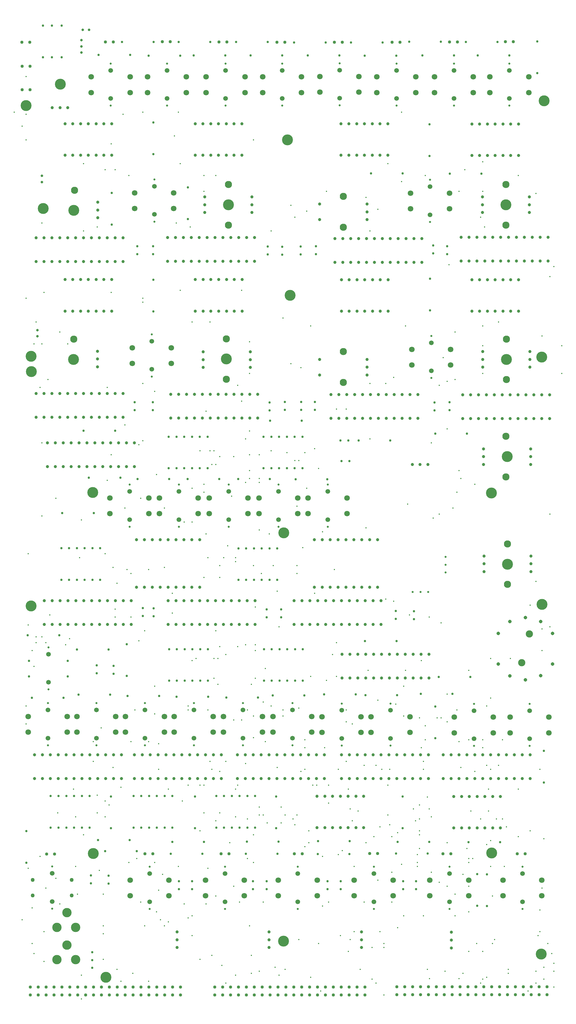
<source format=gbr>
G04 PROTEUS GERBER X2 FILE*
%TF.GenerationSoftware,Labcenter,Proteus,8.6-SP2-Build23525*%
%TF.CreationDate,2019-12-11T18:44:10+00:00*%
%TF.FileFunction,Plated,1,2,PTH*%
%TF.FilePolarity,Positive*%
%TF.Part,Single*%
%FSLAX45Y45*%
%MOMM*%
G01*
%TA.AperFunction,ViaDrill*%
%ADD102C,0.381000*%
%TA.AperFunction,ComponentDrill*%
%ADD103C,1.000000*%
%TA.AperFunction,ComponentDrill*%
%ADD104C,0.762000*%
%TA.AperFunction,ComponentDrill*%
%ADD105C,1.016000*%
%TA.AperFunction,ComponentDrill*%
%ADD106C,1.143000*%
%ADD107C,2.311400*%
%TA.AperFunction,ComponentDrill*%
%ADD108C,0.635000*%
%TA.AperFunction,MechanicalDrill*%
%ADD109C,3.500000*%
%TA.AperFunction,ComponentDrill*%
%ADD110C,2.997200*%
%TA.AperFunction,ComponentDrill*%
%ADD111C,0.812800*%
%TA.AperFunction,ComponentDrill*%
%ADD112C,1.800000*%
%TA.AperFunction,MechanicalDrill*%
%ADD113C,1.500000*%
%TA.AperFunction,ComponentDrill*%
%ADD114C,1.270000*%
%TA.AperFunction,OtherDrill,Unknown*%
%ADD115C,2.300000*%
%TA.AperFunction,ComponentDrill*%
%ADD116C,2.300000*%
%TD.AperFunction*%
D102*
X-5651500Y+10985500D03*
X-5969000Y+10985500D03*
X-5778500Y+11811000D03*
X-8001000Y+9271000D03*
X-6667500Y+11176000D03*
X-6667500Y+9017000D03*
X-6223000Y+9144000D03*
X+3111500Y+11176000D03*
X+3556000Y+10604500D03*
X+2794000Y+9715500D03*
X+5080000Y+7937500D03*
X+5588000Y+10985500D03*
X+6096000Y+9461500D03*
X+6159500Y+11239500D03*
X+7302500Y+10795000D03*
X-3556000Y+11176000D03*
X-3683000Y+9271000D03*
X-2413000Y+10795000D03*
X-2794000Y+10795000D03*
X-6223000Y-9080500D03*
X-7493000Y-9652000D03*
X-5715000Y-8191500D03*
X-5969000Y-9271000D03*
X-5969000Y-9779000D03*
X-6921500Y-9779000D03*
X-1778000Y-9779000D03*
X-2413000Y-9906000D03*
X+571500Y-10223500D03*
X+63500Y-9842500D03*
X-1397000Y-9842500D03*
X+317500Y-8318500D03*
X-1714500Y-8763000D03*
X-444500Y-8191500D03*
X+4127500Y-9398000D03*
X+2667000Y-10414000D03*
X+1968500Y-9906000D03*
X+1841500Y-8890000D03*
X+3111500Y-9715500D03*
X+3111500Y-8763000D03*
X+3429000Y-10287000D03*
X+2413000Y-10604500D03*
X+4000500Y-9906000D03*
X+3175000Y-8255000D03*
X+2159000Y-9588500D03*
X+1905000Y-9525000D03*
X+1778000Y-8001000D03*
X-3937000Y-8890000D03*
X-3302000Y-8763000D03*
X-2540000Y-8255000D03*
X-4254500Y-8255000D03*
X+6604000Y-9842500D03*
X+6096000Y-9842500D03*
X+4127500Y-10350500D03*
X+4127500Y-10795000D03*
X+5651500Y-10795000D03*
X+6413500Y-11366500D03*
X+6858000Y-11366500D03*
X+5905500Y-8318500D03*
X+6286500Y-8128000D03*
X+6794500Y-9842500D03*
X+5778500Y-9588500D03*
X+6667500Y-8128000D03*
X+6413500Y-8255000D03*
X+8001000Y-8255000D03*
X-6794500Y-1460500D03*
X-2159000Y-1460500D03*
X-2667000Y-1460500D03*
X-1778000Y-1460500D03*
X-5588000Y-2286000D03*
X-5969000Y-1333500D03*
X-2032000Y-1079500D03*
X-2794000Y-2095500D03*
X-5143500Y-3365500D03*
X-5143500Y-1968500D03*
X-2286000Y-1714500D03*
X-1714500Y-4318000D03*
X-2286000Y-4318000D03*
X-2286000Y-2095500D03*
X-1778000Y-1587500D03*
X-1206500Y-1714500D03*
X-571500Y-1714500D03*
X-1143000Y-5334000D03*
X-2476500Y-5334000D03*
X-2476500Y-4699000D03*
X-3048000Y-4699000D03*
X-4572000Y-1841500D03*
X-5270500Y-1841500D03*
X-952500Y-1968500D03*
X+762000Y-2603500D03*
X+381000Y-1143000D03*
X-4699000Y-3810000D03*
X-2413000Y-3810000D03*
X-3810000Y-3238500D03*
X-3810000Y-2603500D03*
X-7175500Y+5397500D03*
X-7937500Y+7048500D03*
X-5778500Y+7048500D03*
X-5905500Y+4000500D03*
X+3683000Y+5969000D03*
X+3048000Y+4127500D03*
X+2540000Y+4127500D03*
X+1778000Y+3302000D03*
X+1460500Y+3302000D03*
X-2730500Y+3238500D03*
X-1587500Y+3556000D03*
X+8064500Y+5651500D03*
X+6667500Y+6096000D03*
X+6159500Y+5969000D03*
X-3175000Y+6096000D03*
X-2603500Y+6096000D03*
X-3556000Y+7112000D03*
X-1587500Y+7112000D03*
X-1714500Y+4064000D03*
X-2921000Y+1968500D03*
X-2286000Y+1778000D03*
X-4762500Y+2286000D03*
X-635000Y+1968500D03*
X-2476500Y+1968500D03*
X-5778500Y+1841500D03*
X-2603500Y+1968500D03*
X-3175000Y+762000D03*
X-4826000Y+444500D03*
X-7556500Y+444500D03*
X-2413000Y+1524000D03*
X-2540000Y+1524000D03*
X-1333500Y+1333500D03*
X-1333500Y+1079500D03*
X-1016000Y+1079500D03*
X-4889500Y+2159000D03*
X-5905500Y+1016000D03*
X-2794000Y+889000D03*
X-1905000Y+508000D03*
X-1841500Y+1778000D03*
X+127000Y+1651000D03*
X-2794000Y+635000D03*
X-5334000Y+2794000D03*
X-1460500Y+2349500D03*
X-1460500Y+952500D03*
X-1016000Y+952500D03*
X-1333500Y+2603500D03*
X-1333500Y+1841500D03*
X-127000Y+1905000D03*
X-7239000Y-4254500D03*
X+1333500Y-4572000D03*
X-3175000Y-4762500D03*
X-1143000Y-4254500D03*
X-1460500Y-4254500D03*
X-2095500Y-4572000D03*
X-2349500Y-5524500D03*
X-2349500Y-4699000D03*
X-1143000Y-4445000D03*
X-1270000Y-5524500D03*
X+2476500Y-5080000D03*
X+1460500Y-5270500D03*
X+635000Y-5270500D03*
X-825500Y-5016500D03*
X+1460500Y-4191000D03*
X+1143000Y-5397500D03*
X+2794000Y-6032500D03*
X+5016500Y-5842000D03*
X-8001000Y-4000500D03*
X-8191500Y-4000500D03*
X-5207000Y-11239500D03*
X-1968500Y-10604500D03*
X+571500Y-10604500D03*
X+2032000Y-11366500D03*
X-1016000Y-9461500D03*
X-1016000Y-9715500D03*
X-1016000Y-14732000D03*
X-5461000Y-15049500D03*
X-5143500Y-7366000D03*
X-4572000Y-7366000D03*
X-4254500Y-12128500D03*
X-4826000Y-12509500D03*
X-4381500Y-5588000D03*
X+3683000Y-5080000D03*
X-4889500Y-4127500D03*
X-7112000Y-4064000D03*
X-6731000Y-14859000D03*
X-6731000Y-15621000D03*
X+8255000Y-13843000D03*
X+6477000Y-13843000D03*
X+825500Y-8763000D03*
X+1206500Y-8763000D03*
X+444500Y-10731500D03*
X+1524000Y-10985500D03*
X+2222500Y-14668500D03*
X-3175000Y-13589000D03*
X+2032000Y-13462000D03*
X+635000Y-14922500D03*
X-4572000Y-15049500D03*
X-1397000Y-11112500D03*
X-4953000Y-11112500D03*
X-4318000Y-12827000D03*
X+5715000Y-12001500D03*
X-4699000Y-13271500D03*
X-6032500Y-13271500D03*
X-6032500Y-12255500D03*
X-6858000Y-12255500D03*
X-6731000Y-254000D03*
X-8445500Y-3619500D03*
X-4318000Y+1206500D03*
X-6223000Y-9652000D03*
X+5715000Y-11112500D03*
X+4064000Y-11239500D03*
X+4064000Y-10985500D03*
X+3238500Y-11557000D03*
X-5016500Y-6350000D03*
X-6096000Y-6921500D03*
X-6159500Y-11493500D03*
X-7556500Y-11747500D03*
X-254000Y-6350000D03*
X-1397000Y-6350000D03*
X-8509000Y-6794500D03*
X-8318500Y-4445000D03*
X-8509000Y+11938000D03*
X-1206500Y+11938000D03*
X-1016000Y+1841500D03*
X+5905500Y+889000D03*
X+5715000Y-7302500D03*
X+3238500Y-10414000D03*
X+4762500Y-11874500D03*
X+5524500Y-11620500D03*
X+5207000Y+127000D03*
X+889000Y+1397000D03*
X+1143000Y+10287000D03*
X-2794000Y+10287000D03*
X+4889500Y+4953000D03*
X+5270500Y-12255500D03*
X+5016500Y-12001500D03*
X+2984500Y-15494000D03*
X+2984500Y-13970000D03*
X+2603500Y-13970000D03*
X+2794000Y-11811000D03*
X-2667000Y-11430000D03*
X+4508500Y-9779000D03*
X+4254500Y-8255000D03*
X+4254500Y-8001000D03*
X+5397500Y-7366000D03*
X+5270500Y+4254500D03*
X-1333500Y+5461000D03*
X+6286500Y-10668000D03*
X+8064500Y-4445000D03*
X+8064500Y-3746500D03*
X+8318500Y-3683000D03*
X+8318500Y-63500D03*
X+4762500Y-63500D03*
X+4762500Y+4064000D03*
X-1333500Y+4445000D03*
X+4699000Y-6604000D03*
X+4127500Y-6604000D03*
X+5016500Y+2667000D03*
X-5334000Y+127000D03*
X+1206500Y-9334500D03*
X+4381500Y-9144000D03*
X+6350000Y-9588500D03*
X+5842000Y-11112500D03*
X+4508500Y-11557000D03*
X-4381500Y-11239500D03*
X-1206500Y-11239500D03*
X-1206500Y-10350500D03*
X+4127500Y-9842500D03*
X+4127500Y-10223500D03*
X+5461000Y-8191500D03*
X-2222500Y-14541500D03*
X-5588000Y-14668500D03*
X-5461000Y-8826500D03*
X-6350000Y-8001000D03*
X-6350000Y-7366000D03*
X-3302000Y-6223000D03*
X-3429000Y-317500D03*
X-3175000Y-317500D03*
X-8509000Y+12763500D03*
X-5397500Y+12763500D03*
X-8001000Y+5397500D03*
X-8001000Y-127000D03*
X-7874000Y-4191000D03*
X-508000Y-14605000D03*
X-8255000Y-14160500D03*
X-8191500Y-4191000D03*
X-8890000Y+12827000D03*
X-3746500Y+12065000D03*
X-2095500Y-15113000D03*
X-2286000Y-9652000D03*
X-2794000Y-9652000D03*
X-2794000Y-8763000D03*
X-2286000Y-8318500D03*
X-2730500Y-698500D03*
X-698500Y-698500D03*
X-8318500Y-13843000D03*
X-8318500Y-12700000D03*
X-8445500Y-11430000D03*
X-8255000Y-4953000D03*
X-8445500Y-1333500D03*
X-8509000Y+6858000D03*
X-4762500Y+6858000D03*
X-4762500Y+12827000D03*
X-3619500Y+12827000D03*
X-6032500Y-14351000D03*
X-6032500Y-13525500D03*
X-8191500Y+6096000D03*
X-8064500Y-11049000D03*
X-8255000Y+5397500D03*
X+3238500Y-12509500D03*
X+3619500Y-12954000D03*
X-3175000Y-12954000D03*
X-7429500Y-12573000D03*
X+4254500Y-12954000D03*
X-1333500Y-13271500D03*
X+4572000Y-190500D03*
X-8509000Y+13970000D03*
X+7683500Y-2984500D03*
X-3302000Y-13017500D03*
X-4064000Y-13271500D03*
X+8001000Y-13462000D03*
X+8001000Y-12763500D03*
X+7874000Y-2222500D03*
X+1206500Y-12509500D03*
X+2349500Y-12509500D03*
X+6794500Y-7302500D03*
X+6159500Y-7302500D03*
X+1651000Y-10858500D03*
X+889000Y-13843000D03*
X+2984500Y-13843000D03*
X-4762500Y+6731000D03*
X-4762500Y+4127500D03*
X-1841500Y-6667500D03*
X-1587500Y-6667500D03*
X-1778000Y-8890000D03*
X-6667500Y-10350500D03*
X-4381500Y-6477000D03*
X-3302000Y-6350000D03*
X-2921000Y-8763000D03*
X-3492500Y-9271000D03*
X+2540000Y+9017000D03*
X-1016000Y-571500D03*
X-4254500Y-7429500D03*
X+127000Y-10033000D03*
X+6159500Y-7556500D03*
X-5651500Y-3111500D03*
X-5651500Y-3365500D03*
X+6223000Y+9144000D03*
X+5270500Y-12954000D03*
X+6477000Y-12319000D03*
X-4381500Y+3873500D03*
X+1079500Y-7556500D03*
X-7429500Y+5778500D03*
X-1143000Y-3048000D03*
X-2413000Y-12319000D03*
X+3302000Y+4318000D03*
X-7874000Y-12065000D03*
X-3238500Y+9144000D03*
X+4508500Y+2222500D03*
X-1778000Y-14859000D03*
X-8636000Y-13081000D03*
X-4191000Y-13081000D03*
X+8445500Y+7874000D03*
X+8318500Y+7556500D03*
X+3429000Y-13335000D03*
X+3746500Y+254000D03*
X-7747000Y-3302000D03*
X+3048000Y-2794000D03*
X+4445000Y-3365500D03*
X+4826000Y-3556000D03*
X+4445000Y-9525000D03*
X+3937000Y-9525000D03*
X+190500Y-1968500D03*
X+190500Y-1714500D03*
X+4318000Y-7302500D03*
X+4191000Y-7556500D03*
X-1206500Y-7239000D03*
X-1206500Y-6540500D03*
X-2667000Y-6350000D03*
X-2730500Y-12573000D03*
X-6921500Y-11366500D03*
X-317500Y-9969500D03*
X-762000Y-9969500D03*
X-381000Y-3683000D03*
X+3810000Y-3302000D03*
X+3556000Y+12827000D03*
X-8636000Y+12382500D03*
X+5524500Y-14795500D03*
X+6985000Y-14795500D03*
X+5715000Y-5080000D03*
X+6921500Y-10096500D03*
X+8699500Y+5334000D03*
X+6159500Y+5334000D03*
X+7874000Y-14732000D03*
X+7874000Y-15113000D03*
X+1016000Y-635000D03*
X-4064000Y-1778000D03*
X-3429000Y-12573000D03*
X-1841500Y-12001500D03*
X+635000Y+5969000D03*
X-7937500Y-14414500D03*
X-7937500Y-13462000D03*
X-190500Y-9715500D03*
X+190500Y-9715500D03*
X-635000Y+9017000D03*
X-889000Y-6096000D03*
X-254000Y-6540500D03*
X-317500Y-9461500D03*
X+698500Y-8763000D03*
X+5270500Y+5778500D03*
X-8064500Y+4000500D03*
X-1651000Y-12509500D03*
X-889000Y-12509500D03*
X-889000Y-9715500D03*
X+444500Y-8255000D03*
X+444500Y-7556500D03*
X+444500Y-7302500D03*
X-254000Y+6223000D03*
X+3302000Y-2857500D03*
X+3365500Y-6159500D03*
X+4381500Y-14668500D03*
X-190500Y-14668500D03*
X+1016000Y-12636500D03*
X+952500Y-15367000D03*
X-2921000Y-10223500D03*
X-8509000Y-6223000D03*
X-381000Y-14859000D03*
X+6286500Y-14922500D03*
X-3937000Y-13144500D03*
X+8064500Y-12065000D03*
X-2540000Y-14224000D03*
X-444500Y-2540000D03*
X+1397000Y-1841500D03*
X+1841500Y-14097000D03*
X+5715000Y-14097000D03*
X+5715000Y-12827000D03*
X+6286500Y-6223000D03*
X+3175000Y-10033000D03*
X+6413500Y-5969000D03*
X+6413500Y-4699000D03*
X+7048500Y-4699000D03*
X+1587500Y-13589000D03*
X+7937500Y-13589000D03*
X+8382000Y-14160500D03*
X+7683500Y-10223500D03*
X+6985000Y-14668500D03*
X-5207000Y+10795000D03*
X-7810500Y+4254500D03*
X+1524000Y-8255000D03*
X+2921000Y-8255000D03*
X-4127500Y-11620500D03*
X+2857500Y-10096500D03*
X+2540000Y+2349500D03*
X-5842000Y-9398000D03*
X-6985000Y-8890000D03*
X+762000Y+2032000D03*
X+6350000Y-8890000D03*
X+7302500Y-8890000D03*
X+8128000Y-10477500D03*
X+4064000Y-11366500D03*
X+5715000Y-11239500D03*
X+6413500Y-10541000D03*
X+7302500Y-10414000D03*
X+4318000Y+10795000D03*
X+3556000Y-11303000D03*
X-3619500Y-11366500D03*
X+8445500Y-14478000D03*
X-1270000Y-14224000D03*
X-1270000Y-14795500D03*
X-5080000Y-14795500D03*
X+5969000Y-13843000D03*
X+190500Y+190500D03*
X-4064000Y+127000D03*
X-2921000Y-14351000D03*
X-2603500Y-8001000D03*
X-2095500Y-8001000D03*
X-8001000Y+2222500D03*
X+508000Y+762000D03*
X+0Y+4762500D03*
X-1460500Y-8064500D03*
X-825500Y-7366000D03*
X-635000Y-6223000D03*
X+1778000Y-6731000D03*
X+254000Y-13716000D03*
X+1905000Y-13716000D03*
X+4191000Y-4762500D03*
X+3619500Y-5588000D03*
X+3619500Y-6540500D03*
X+254000Y-6286500D03*
X+1778000Y-6350000D03*
X+2413000Y-508000D03*
X+2413000Y+10096500D03*
X+508000Y+9652000D03*
X+444500Y+1905000D03*
X+5461000Y+1079500D03*
X+5016500Y-10604500D03*
X+1016000Y-11049000D03*
X+4318000Y-6858000D03*
X+127000Y+9461500D03*
X+317500Y+4635500D03*
X+5016500Y+4191000D03*
X+5016500Y-6731000D03*
X+1968500Y-6794500D03*
X+2349500Y-8128000D03*
X+2730500Y-8128000D03*
X+2730500Y-15113000D03*
X+4450000Y-14970000D03*
X+5397500Y-14970000D03*
X+4826000Y-6604000D03*
X+5334000Y-6350000D03*
X+5334000Y+635000D03*
X+254000Y+1651000D03*
X+0Y+9842500D03*
X+4953000Y-14732000D03*
X+6096000Y-15113000D03*
X+6159500Y+10287000D03*
X+5397500Y+10287000D03*
X+5397500Y+1333500D03*
X+6540500Y-13716000D03*
X+7874000Y+10223500D03*
X+7620000Y-15367000D03*
X+8128000Y-14605000D03*
X+8128000Y-14986000D03*
X+8445500Y-14732000D03*
X+8445500Y-15240000D03*
X+2857500Y-13462000D03*
X+2603500Y-14986000D03*
X+6159500Y-14986000D03*
X+6159500Y-14097000D03*
X+6159500Y+4445000D03*
X+8699500Y+4445000D03*
X-5715000Y-1778000D03*
D103*
X+837460Y-10125080D03*
X+1087460Y-10125080D03*
X+1337460Y-10125080D03*
X+1587460Y-10125080D03*
X+1837460Y-10125080D03*
X+2087460Y-10125080D03*
X+2337460Y-10125080D03*
X+2337460Y-9115080D03*
X+2087460Y-9115080D03*
X+1837460Y-9115080D03*
X+1587460Y-9115080D03*
X+1337460Y-9115080D03*
X+1087460Y-9115080D03*
X+837460Y-9115080D03*
X+5230000Y-10130000D03*
X+5480000Y-10130000D03*
X+5730000Y-10130000D03*
X+5980000Y-10130000D03*
X+6230000Y-10130000D03*
X+6480000Y-10130000D03*
X+6730000Y-10130000D03*
X+6730000Y-9120000D03*
X+6480000Y-9120000D03*
X+6230000Y-9120000D03*
X+5980000Y-9120000D03*
X+5730000Y-9120000D03*
X+5480000Y-9120000D03*
X+5230000Y-9120000D03*
D104*
X-2400000Y-10120000D03*
X-2150000Y-10120000D03*
X-1900000Y-10120000D03*
X-1650000Y-10120000D03*
X-1400000Y-10120000D03*
X-1150000Y-10120000D03*
X-1150000Y-9110000D03*
X-1400000Y-9110000D03*
X-1650000Y-9110000D03*
X-1900000Y-9110000D03*
X-2150000Y-9110000D03*
X-2400000Y-9110000D03*
X-7720000Y-10120000D03*
X-7470000Y-10120000D03*
X-7220000Y-10120000D03*
X-6970000Y-10120000D03*
X-6720000Y-10120000D03*
X-6470000Y-10120000D03*
X-6470000Y-9110000D03*
X-6720000Y-9110000D03*
X-6970000Y-9110000D03*
X-7220000Y-9110000D03*
X-7470000Y-9110000D03*
X-7720000Y-9110000D03*
X-5060000Y-10120000D03*
X-4810000Y-10120000D03*
X-4560000Y-10120000D03*
X-4310000Y-10120000D03*
X-4060000Y-10120000D03*
X-3810000Y-10120000D03*
X-3810000Y-9110000D03*
X-4060000Y-9110000D03*
X-4310000Y-9110000D03*
X-4560000Y-9110000D03*
X-4810000Y-9110000D03*
X-5060000Y-9110000D03*
D103*
X-3660266Y-13467490D03*
X-3660266Y-13717490D03*
X-3660266Y-13967490D03*
X-702690Y-13469350D03*
X-702690Y-13719350D03*
X-702690Y-13969350D03*
X+2267630Y-13469850D03*
X+2267630Y-13719850D03*
X+2267630Y-13969850D03*
X+5157470Y-13479850D03*
X+5157470Y-13729850D03*
X+5157470Y-13979850D03*
X-8193500Y+8800800D03*
X-7939500Y+8800800D03*
X-7685500Y+8800800D03*
X-7431500Y+8800800D03*
X-7177500Y+8800800D03*
X-6923500Y+8800800D03*
X-6669500Y+8800800D03*
X-6415500Y+8800800D03*
X-6161500Y+8800800D03*
X-5907500Y+8800800D03*
X-5653500Y+8800800D03*
X-5399500Y+8800800D03*
X-5399500Y+8038800D03*
X-5653500Y+8038800D03*
X-5907500Y+8038800D03*
X-6161500Y+8038800D03*
X-6415500Y+8038800D03*
X-6669500Y+8038800D03*
X-6923500Y+8038800D03*
X-7177500Y+8038800D03*
X-7431500Y+8038800D03*
X-7685500Y+8038800D03*
X-7939500Y+8038800D03*
X-8193500Y+8038800D03*
X-1259750Y+10110400D03*
X-1259750Y+9860400D03*
X-1259750Y+9610400D03*
X-2770150Y+10110650D03*
X-2770150Y+9860650D03*
X-2770150Y+9610650D03*
X+7657630Y+9610650D03*
X+7657630Y+9860650D03*
X+7657630Y+10110650D03*
X+6150330Y+10110150D03*
X+6150330Y+9860150D03*
X+6150330Y+9610150D03*
X-3963500Y+8810800D03*
X-3709500Y+8810800D03*
X-3455500Y+8810800D03*
X-3201500Y+8810800D03*
X-2947500Y+8810800D03*
X-2693500Y+8810800D03*
X-2439500Y+8810800D03*
X-2185500Y+8810800D03*
X-1931500Y+8810800D03*
X-1677500Y+8810800D03*
X-1423500Y+8810800D03*
X-1169500Y+8810800D03*
X-1169500Y+8048800D03*
X-1423500Y+8048800D03*
X-1677500Y+8048800D03*
X-1931500Y+8048800D03*
X-2185500Y+8048800D03*
X-2439500Y+8048800D03*
X-2693500Y+8048800D03*
X-2947500Y+8048800D03*
X-3201500Y+8048800D03*
X-3455500Y+8048800D03*
X-3709500Y+8048800D03*
X-3963500Y+8048800D03*
X+1409040Y+8777620D03*
X+1663040Y+8777620D03*
X+1917040Y+8777620D03*
X+2171040Y+8777620D03*
X+2425040Y+8777620D03*
X+2679040Y+8777620D03*
X+2933040Y+8777620D03*
X+3187040Y+8777620D03*
X+3441040Y+8777620D03*
X+3695040Y+8777620D03*
X+3949040Y+8777620D03*
X+4203040Y+8777620D03*
X+4203040Y+8015620D03*
X+3949040Y+8015620D03*
X+3695040Y+8015620D03*
X+3441040Y+8015620D03*
X+3187040Y+8015620D03*
X+2933040Y+8015620D03*
X+2679040Y+8015620D03*
X+2425040Y+8015620D03*
X+2171040Y+8015620D03*
X+1917040Y+8015620D03*
X+1663040Y+8015620D03*
X+1409040Y+8015620D03*
X+5466500Y+8812700D03*
X+5720500Y+8812700D03*
X+5974500Y+8812700D03*
X+6228500Y+8812700D03*
X+6482500Y+8812700D03*
X+6736500Y+8812700D03*
X+6990500Y+8812700D03*
X+7244500Y+8812700D03*
X+7498500Y+8812700D03*
X+7752500Y+8812700D03*
X+8006500Y+8812700D03*
X+8260500Y+8812700D03*
X+8260500Y+8050700D03*
X+8006500Y+8050700D03*
X+7752500Y+8050700D03*
X+7498500Y+8050700D03*
X+7244500Y+8050700D03*
X+6990500Y+8050700D03*
X+6736500Y+8050700D03*
X+6482500Y+8050700D03*
X+6228500Y+8050700D03*
X+5974500Y+8050700D03*
X+5720500Y+8050700D03*
X+5466500Y+8050700D03*
D104*
X-5756960Y+9224960D03*
X-5756960Y+10240960D03*
X+5105870Y+10855570D03*
X+6121870Y+10855570D03*
X+2572250Y+10865230D03*
X+3588250Y+10865230D03*
X-3309500Y+9398580D03*
X-3309500Y+10414580D03*
X-4940000Y+8277780D03*
X-4940000Y+8531780D03*
X-4427300Y+8531780D03*
X-4427300Y+8277780D03*
X-746960Y+8519880D03*
X-746960Y+8265880D03*
X-279500Y+8256800D03*
X-279500Y+8510800D03*
X+313040Y+8520040D03*
X+313040Y+8266040D03*
X+803040Y+8276960D03*
X+803040Y+8530960D03*
X+4569680Y+8553020D03*
X+4569680Y+8299020D03*
X+5015100Y+8278860D03*
X+5015100Y+8532860D03*
D103*
X-2819750Y+4640400D03*
X-2819750Y+4890400D03*
X-2819750Y+5140400D03*
X-1309750Y+4640400D03*
X-1309750Y+4890400D03*
X-1309750Y+5140400D03*
X+6164930Y+5148110D03*
X+6164930Y+4898110D03*
X+6164930Y+4648110D03*
X+7675570Y+4647610D03*
X+7675570Y+4897610D03*
X+7675570Y+5147610D03*
X+1636500Y-4564280D03*
X+1890500Y-4564280D03*
X+2144500Y-4564280D03*
X+2398500Y-4564280D03*
X+2652500Y-4564280D03*
X+2906500Y-4564280D03*
X+3160500Y-4564280D03*
X+3414500Y-4564280D03*
X+3668500Y-4564280D03*
X+3922500Y-4564280D03*
X+4176500Y-4564280D03*
X+4430500Y-4564280D03*
X+4430500Y-5326280D03*
X+4176500Y-5326280D03*
X+3922500Y-5326280D03*
X+3668500Y-5326280D03*
X+3414500Y-5326280D03*
X+3160500Y-5326280D03*
X+2906500Y-5326280D03*
X+2652500Y-5326280D03*
X+2398500Y-5326280D03*
X+2144500Y-5326280D03*
X+1890500Y-5326280D03*
X+1636500Y-5326280D03*
D104*
X-6665200Y+2609500D03*
X-5649200Y+2609500D03*
X+5650000Y+2520000D03*
X+4634000Y+2520000D03*
X+3190800Y+2299500D03*
X+2174800Y+2299500D03*
X-670000Y+2930000D03*
X+346000Y+2930000D03*
X-5020000Y+3270000D03*
X-5020000Y+3524000D03*
X-4440000Y+3524000D03*
X-4440000Y+3270000D03*
X-690000Y+3520000D03*
X-690000Y+3266000D03*
X-199500Y+3276800D03*
X-199500Y+3530800D03*
X+330500Y+3532100D03*
X+330500Y+3278100D03*
X+770500Y+3276800D03*
X+770500Y+3530800D03*
X+4610660Y+3262860D03*
X+4610660Y+3516860D03*
X+5090160Y+3522060D03*
X+5090160Y+3268060D03*
D105*
X+360500Y-10959200D03*
X+106500Y-10959200D03*
D104*
X-4416540Y+15079840D03*
X-5432540Y+15079840D03*
X-2594000Y+15080000D03*
X-3610000Y+15080000D03*
X-744000Y+15080000D03*
X-1760000Y+15080000D03*
X+1110920Y+15067140D03*
X+94920Y+15067140D03*
X+2946000Y+15066980D03*
X+1930000Y+15066980D03*
X+4818380Y+15086980D03*
X+3802380Y+15086980D03*
X+6636000Y+15080000D03*
X+5620000Y+15080000D03*
X+7910650Y+14080150D03*
X+7910650Y+15096150D03*
X-4959500Y-10879200D03*
X-5975500Y-10879200D03*
X-2844000Y-10960000D03*
X-3860000Y-10960000D03*
X-434000Y-10960000D03*
X-1450000Y-10960000D03*
X+1876000Y-10970000D03*
X+860000Y-10970000D03*
X-7680150Y+14594650D03*
X-7680150Y+15610650D03*
X+6300500Y-12635200D03*
X+6300500Y-11619200D03*
D103*
X-8244000Y-7790000D03*
X-7990000Y-7790000D03*
X-7736000Y-7790000D03*
X-7482000Y-7790000D03*
X-7228000Y-7790000D03*
X-6974000Y-7790000D03*
X-6720000Y-7790000D03*
X-6466000Y-7790000D03*
X-6212000Y-7790000D03*
X-5958000Y-7790000D03*
X-5704000Y-7790000D03*
X-5450000Y-7790000D03*
X-5450000Y-8552000D03*
X-5704000Y-8552000D03*
X-5958000Y-8552000D03*
X-6212000Y-8552000D03*
X-6466000Y-8552000D03*
X-6720000Y-8552000D03*
X-6974000Y-8552000D03*
X-7228000Y-8552000D03*
X-7482000Y-8552000D03*
X-7736000Y-8552000D03*
X-7990000Y-8552000D03*
X-8244000Y-8552000D03*
X-1721460Y-7790160D03*
X-1467460Y-7790160D03*
X-1213460Y-7790160D03*
X-959460Y-7790160D03*
X-705460Y-7790160D03*
X-451460Y-7790160D03*
X-197460Y-7790160D03*
X+56540Y-7790160D03*
X+310540Y-7790160D03*
X+564540Y-7790160D03*
X+818540Y-7790160D03*
X+1072540Y-7790160D03*
X+1072540Y-8552160D03*
X+818540Y-8552160D03*
X+564540Y-8552160D03*
X+310540Y-8552160D03*
X+56540Y-8552160D03*
X-197460Y-8552160D03*
X-451460Y-8552160D03*
X-705460Y-8552160D03*
X-959460Y-8552160D03*
X-1213460Y-8552160D03*
X-1467460Y-8552160D03*
X-1721460Y-8552160D03*
X+1626000Y-7790320D03*
X+1880000Y-7790320D03*
X+2134000Y-7790320D03*
X+2388000Y-7790320D03*
X+2642000Y-7790320D03*
X+2896000Y-7790320D03*
X+3150000Y-7790320D03*
X+3404000Y-7790320D03*
X+3658000Y-7790320D03*
X+3912000Y-7790320D03*
X+4166000Y-7790320D03*
X+4420000Y-7790320D03*
X+4420000Y-8552320D03*
X+4166000Y-8552320D03*
X+3912000Y-8552320D03*
X+3658000Y-8552320D03*
X+3404000Y-8552320D03*
X+3150000Y-8552320D03*
X+2896000Y-8552320D03*
X+2642000Y-8552320D03*
X+2388000Y-8552320D03*
X+2134000Y-8552320D03*
X+1880000Y-8552320D03*
X+1626000Y-8552320D03*
X-5034000Y-7790000D03*
X-4780000Y-7790000D03*
X-4526000Y-7790000D03*
X-4272000Y-7790000D03*
X-4018000Y-7790000D03*
X-3764000Y-7790000D03*
X-3510000Y-7790000D03*
X-3256000Y-7790000D03*
X-3002000Y-7790000D03*
X-2748000Y-7790000D03*
X-2494000Y-7790000D03*
X-2240000Y-7790000D03*
X-2240000Y-8552000D03*
X-2494000Y-8552000D03*
X-2748000Y-8552000D03*
X-3002000Y-8552000D03*
X-3256000Y-8552000D03*
X-3510000Y-8552000D03*
X-3764000Y-8552000D03*
X-4018000Y-8552000D03*
X-4272000Y-8552000D03*
X-4526000Y-8552000D03*
X-4780000Y-8552000D03*
X-5034000Y-8552000D03*
X+4888540Y-7790320D03*
X+5142540Y-7790320D03*
X+5396540Y-7790320D03*
X+5650540Y-7790320D03*
X+5904540Y-7790320D03*
X+6158540Y-7790320D03*
X+6412540Y-7790320D03*
X+6666540Y-7790320D03*
X+6920540Y-7790320D03*
X+7174540Y-7790320D03*
X+7428540Y-7790320D03*
X+7682540Y-7790320D03*
X+7682540Y-8552320D03*
X+7428540Y-8552320D03*
X+7174540Y-8552320D03*
X+6920540Y-8552320D03*
X+6666540Y-8552320D03*
X+6412540Y-8552320D03*
X+6158540Y-8552320D03*
X+5904540Y-8552320D03*
X+5650540Y-8552320D03*
X+5396540Y-8552320D03*
X+5142540Y-8552320D03*
X+4888540Y-8552320D03*
D104*
X-5784420Y-9125580D03*
X-5784420Y-10141580D03*
X+3584920Y-9123820D03*
X+3584920Y-10139820D03*
X-479500Y-9125580D03*
X-479500Y-10141580D03*
X+8127780Y-7663020D03*
X+8127780Y-8679020D03*
X-6430000Y-11910000D03*
X-6430000Y-11656000D03*
X-5860000Y-11666000D03*
X-5860000Y-11920000D03*
X-3600000Y-12094000D03*
X-3600000Y-11840000D03*
X-3180000Y-11841080D03*
X-3180000Y-12095080D03*
X-1222540Y-12093360D03*
X-1222540Y-11839360D03*
X-780000Y-11840280D03*
X-780000Y-12094280D03*
X+1594920Y-11841900D03*
X+1594920Y-12095900D03*
X+1172540Y-12095900D03*
X+1172540Y-11841900D03*
X+3600000Y-12094440D03*
X+3600000Y-11840440D03*
X+4020000Y-11839360D03*
X+4020000Y-12093360D03*
X-7380000Y-2170000D03*
X-7130000Y-2170000D03*
X-6880000Y-2170000D03*
X-6630000Y-2170000D03*
X-6380000Y-2170000D03*
X-6130000Y-2170000D03*
X-6130000Y-1160000D03*
X-6380000Y-1160000D03*
X-6630000Y-1160000D03*
X-6880000Y-1160000D03*
X-7130000Y-1160000D03*
X-7380000Y-1160000D03*
D103*
X-4960000Y-2410000D03*
X-4706000Y-2410000D03*
X-4452000Y-2410000D03*
X-4198000Y-2410000D03*
X-3944000Y-2410000D03*
X-3690000Y-2410000D03*
X-3436000Y-2410000D03*
X-3182000Y-2410000D03*
X-2928000Y-2410000D03*
X-2928000Y-886000D03*
X-3182000Y-886000D03*
X-3436000Y-886000D03*
X-3690000Y-886000D03*
X-3944000Y-886000D03*
X-4198000Y-886000D03*
X-4452000Y-886000D03*
X-4706000Y-886000D03*
X-4960000Y-886000D03*
D104*
X-1690000Y-2172540D03*
X-1440000Y-2172540D03*
X-1190000Y-2172540D03*
X-940000Y-2172540D03*
X-690000Y-2172540D03*
X-440000Y-2172540D03*
X-440000Y-1162540D03*
X-690000Y-1162540D03*
X-940000Y-1162540D03*
X-1190000Y-1162540D03*
X-1440000Y-1162540D03*
X-1690000Y-1162540D03*
D103*
X+750000Y-2412380D03*
X+1004000Y-2412380D03*
X+1258000Y-2412380D03*
X+1512000Y-2412380D03*
X+1766000Y-2412380D03*
X+2020000Y-2412380D03*
X+2274000Y-2412380D03*
X+2528000Y-2412380D03*
X+2782000Y-2412380D03*
X+2782000Y-888380D03*
X+2528000Y-888380D03*
X+2274000Y-888380D03*
X+2020000Y-888380D03*
X+1766000Y-888380D03*
X+1512000Y-888380D03*
X+1258000Y-888380D03*
X+1004000Y-888380D03*
X+750000Y-888380D03*
X-3944000Y-2837620D03*
X-3690000Y-2837620D03*
X-3436000Y-2837620D03*
X-3182000Y-2837620D03*
X-2928000Y-2837620D03*
X-2674000Y-2837620D03*
X-2420000Y-2837620D03*
X-2166000Y-2837620D03*
X-1912000Y-2837620D03*
X-1658000Y-2837620D03*
X-1404000Y-2837620D03*
X-1150000Y-2837620D03*
X-1150000Y-3599620D03*
X-1404000Y-3599620D03*
X-1658000Y-3599620D03*
X-1912000Y-3599620D03*
X-2166000Y-3599620D03*
X-2420000Y-3599620D03*
X-2674000Y-3599620D03*
X-2928000Y-3599620D03*
X-3182000Y-3599620D03*
X-3436000Y-3599620D03*
X-3690000Y-3599620D03*
X-3944000Y-3599620D03*
X-5129500Y-3601200D03*
X-5383500Y-3601200D03*
X-5637500Y-3601200D03*
X-5891500Y-3601200D03*
X-6145500Y-3601200D03*
X-6399500Y-3601200D03*
X-6653500Y-3601200D03*
X-6907500Y-3601200D03*
X-7161500Y-3601200D03*
X-7415500Y-3601200D03*
X-7669500Y-3601200D03*
X-7923500Y-3601200D03*
X-7923500Y-2839200D03*
X-7669500Y-2839200D03*
X-7415500Y-2839200D03*
X-7161500Y-2839200D03*
X-6907500Y-2839200D03*
X-6653500Y-2839200D03*
X-6399500Y-2839200D03*
X-6145500Y-2839200D03*
X-5891500Y-2839200D03*
X-5637500Y-2839200D03*
X-5383500Y-2839200D03*
X-5129500Y-2839200D03*
X+100000Y-2839740D03*
X+354000Y-2839740D03*
X+608000Y-2839740D03*
X+862000Y-2839740D03*
X+1116000Y-2839740D03*
X+1370000Y-2839740D03*
X+1624000Y-2839740D03*
X+1878000Y-2839740D03*
X+2132000Y-2839740D03*
X+2386000Y-2839740D03*
X+2640000Y-2839740D03*
X+2894000Y-2839740D03*
X+2894000Y-3601740D03*
X+2640000Y-3601740D03*
X+2386000Y-3601740D03*
X+2132000Y-3601740D03*
X+1878000Y-3601740D03*
X+1624000Y-3601740D03*
X+1370000Y-3601740D03*
X+1116000Y-3601740D03*
X+862000Y-3601740D03*
X+608000Y-3601740D03*
X+354000Y-3601740D03*
X+100000Y-3601740D03*
D104*
X-5279500Y-4239200D03*
X-5279500Y-5255200D03*
X-5860150Y-4409350D03*
X-6876150Y-4409350D03*
X+2373850Y-4139350D03*
X+3389850Y-4139350D03*
X-4760000Y-3080000D03*
X-4760000Y-3334000D03*
X-4410000Y-3340000D03*
X-4410000Y-3086000D03*
X-780000Y-3120000D03*
X-780000Y-3374000D03*
X-320000Y-3374000D03*
X-320000Y-3120000D03*
X+3370500Y-3169200D03*
X+3370500Y-3423200D03*
X+3950500Y-3433200D03*
X+3950500Y-3179200D03*
D103*
X+7700250Y+2030400D03*
X+7700250Y+1780400D03*
X+7700250Y+1530400D03*
X+6189850Y+2030650D03*
X+6189850Y+1780650D03*
X+6189850Y+1530650D03*
X+7710250Y-1409600D03*
X+7710250Y-1659600D03*
X+7710250Y-1909600D03*
X+6200250Y-1409600D03*
X+6200250Y-1659600D03*
X+6200250Y-1909600D03*
D106*
X+6660000Y-3890000D03*
X+7030000Y-3510000D03*
X+7535000Y-3383000D03*
X+8020000Y-3508000D03*
X+8401000Y-3891000D03*
X+8401000Y-4871000D03*
X+8020000Y-5250000D03*
X+7535000Y-5379000D03*
X+7030000Y-5252000D03*
X+6660000Y-4870000D03*
D107*
X+7660000Y-3910000D03*
X+7410000Y-4830000D03*
D108*
X+3910000Y-2560000D03*
X+4160000Y-2560000D03*
X+4410000Y-2560000D03*
X+4970000Y-1440000D03*
X+4970000Y-1690000D03*
X+4970000Y-1940000D03*
D104*
X-3086170Y-9126050D03*
X-3086170Y-10142050D03*
D105*
X-5709750Y+15080400D03*
X-5963750Y+15080400D03*
X+5350250Y+15080400D03*
X+5096250Y+15080400D03*
X-2059750Y+15080400D03*
X-2313750Y+15080400D03*
X-199750Y+15070400D03*
X-453750Y+15070400D03*
X+1650250Y+15070400D03*
X+1396250Y+15070400D03*
X+3500250Y+15070400D03*
X+3246250Y+15070400D03*
X+7140250Y+15090400D03*
X+6886250Y+15090400D03*
X-8649750Y+15070400D03*
X-8395750Y+15070400D03*
X-8639750Y+14300400D03*
X-8385750Y+14300400D03*
X-8639750Y+13550400D03*
X-8385750Y+13550400D03*
X-7599750Y-10969600D03*
X-7853750Y-10969600D03*
X-4439750Y-10959600D03*
X-4693750Y-10959600D03*
X-1989750Y-10959600D03*
X-2243750Y-10959600D03*
X+5140250Y-10959600D03*
X+4886250Y-10959600D03*
X+7520250Y-10959600D03*
X+7266250Y-10959600D03*
X+2780250Y-10949600D03*
X+2526250Y-10949600D03*
X-3879750Y+15090400D03*
X-4133750Y+15090400D03*
D104*
X-7969750Y+14590400D03*
X-7969750Y+15606400D03*
X-7369750Y+14590400D03*
X-7369750Y+15606400D03*
X+4390250Y-10949600D03*
X+3374250Y-10949600D03*
X+5980250Y-12629600D03*
X+5980250Y-11613600D03*
D103*
X-7262540Y+11447460D03*
X-7012540Y+11447460D03*
X-6762540Y+11447460D03*
X-6512540Y+11447460D03*
X-6262540Y+11447460D03*
X-6012540Y+11447460D03*
X-5762540Y+11447460D03*
X-5762540Y+12457460D03*
X-6012540Y+12457460D03*
X-6262540Y+12457460D03*
X-6512540Y+12457460D03*
X-6762540Y+12457460D03*
X-7012540Y+12457460D03*
X-7262540Y+12457460D03*
X-3079750Y+11450400D03*
X-2829750Y+11450400D03*
X-2579750Y+11450400D03*
X-2329750Y+11450400D03*
X-2079750Y+11450400D03*
X-1829750Y+11450400D03*
X-1579750Y+11450400D03*
X-1579750Y+12460400D03*
X-1829750Y+12460400D03*
X-2079750Y+12460400D03*
X-2329750Y+12460400D03*
X-2579750Y+12460400D03*
X-2829750Y+12460400D03*
X-3079750Y+12460400D03*
X+1610250Y+11450400D03*
X+1860250Y+11450400D03*
X+2110250Y+11450400D03*
X+2360250Y+11450400D03*
X+2610250Y+11450400D03*
X+2860250Y+11450400D03*
X+3110250Y+11450400D03*
X+3110250Y+12460400D03*
X+2860250Y+12460400D03*
X+2610250Y+12460400D03*
X+2360250Y+12460400D03*
X+2110250Y+12460400D03*
X+1860250Y+12460400D03*
X+1610250Y+12460400D03*
X+5810000Y+11440000D03*
X+6060000Y+11440000D03*
X+6310000Y+11440000D03*
X+6560000Y+11440000D03*
X+6810000Y+11440000D03*
X+7060000Y+11440000D03*
X+7310000Y+11440000D03*
X+7310000Y+12450000D03*
X+7060000Y+12450000D03*
X+6810000Y+12450000D03*
X+6560000Y+12450000D03*
X+6310000Y+12450000D03*
X+6060000Y+12450000D03*
X+5810000Y+12450000D03*
X-7260000Y+6450000D03*
X-7010000Y+6450000D03*
X-6760000Y+6450000D03*
X-6510000Y+6450000D03*
X-6260000Y+6450000D03*
X-6010000Y+6450000D03*
X-5760000Y+6450000D03*
X-5760000Y+7460000D03*
X-6010000Y+7460000D03*
X-6260000Y+7460000D03*
X-6510000Y+7460000D03*
X-6760000Y+7460000D03*
X-7010000Y+7460000D03*
X-7260000Y+7460000D03*
X-3072540Y+6449840D03*
X-2822540Y+6449840D03*
X-2572540Y+6449840D03*
X-2322540Y+6449840D03*
X-2072540Y+6449840D03*
X-1822540Y+6449840D03*
X-1572540Y+6449840D03*
X-1572540Y+7459840D03*
X-1822540Y+7459840D03*
X-2072540Y+7459840D03*
X-2322540Y+7459840D03*
X-2572540Y+7459840D03*
X-2822540Y+7459840D03*
X-3072540Y+7459840D03*
X+1620000Y+6442220D03*
X+1870000Y+6442220D03*
X+2120000Y+6442220D03*
X+2370000Y+6442220D03*
X+2620000Y+6442220D03*
X+2870000Y+6442220D03*
X+3120000Y+6442220D03*
X+3120000Y+7452220D03*
X+2870000Y+7452220D03*
X+2620000Y+7452220D03*
X+2370000Y+7452220D03*
X+2120000Y+7452220D03*
X+1870000Y+7452220D03*
X+1620000Y+7452220D03*
X+5810000Y+6442220D03*
X+6060000Y+6442220D03*
X+6310000Y+6442220D03*
X+6560000Y+6442220D03*
X+6810000Y+6442220D03*
X+7060000Y+6442220D03*
X+7310000Y+6442220D03*
X+7310000Y+7452220D03*
X+7060000Y+7452220D03*
X+6810000Y+7452220D03*
X+6560000Y+7452220D03*
X+6310000Y+7452220D03*
X+6060000Y+7452220D03*
X+5810000Y+7452220D03*
D104*
X-3930000Y+1410000D03*
X-3680000Y+1410000D03*
X-3430000Y+1410000D03*
X-3180000Y+1410000D03*
X-2930000Y+1410000D03*
X-2680000Y+1410000D03*
X-2680000Y+2420000D03*
X-2930000Y+2420000D03*
X-3180000Y+2420000D03*
X-3430000Y+2420000D03*
X-3680000Y+2420000D03*
X-3930000Y+2420000D03*
X-880000Y+1410000D03*
X-630000Y+1410000D03*
X-380000Y+1410000D03*
X-130000Y+1410000D03*
X+120000Y+1410000D03*
X+370000Y+1410000D03*
X+370000Y+2420000D03*
X+120000Y+2420000D03*
X-130000Y+2420000D03*
X-380000Y+2420000D03*
X-630000Y+2420000D03*
X-880000Y+2420000D03*
X-3916547Y-5406841D03*
X-3666547Y-5406841D03*
X-3416547Y-5406841D03*
X-3166547Y-5406841D03*
X-2916547Y-5406841D03*
X-2666547Y-5406841D03*
X-2666547Y-4396841D03*
X-2916547Y-4396841D03*
X-3166547Y-4396841D03*
X-3416547Y-4396841D03*
X-3666547Y-4396841D03*
X-3916547Y-4396841D03*
X-870000Y-5410000D03*
X-620000Y-5410000D03*
X-370000Y-5410000D03*
X-120000Y-5410000D03*
X+130000Y-5410000D03*
X+380000Y-5410000D03*
X+380000Y-4400000D03*
X+130000Y-4400000D03*
X-120000Y-4400000D03*
X-370000Y-4400000D03*
X-620000Y-4400000D03*
X-870000Y-4400000D03*
D103*
X-8189750Y+3802400D03*
X-7935750Y+3802400D03*
X-7681750Y+3802400D03*
X-7427750Y+3802400D03*
X-7173750Y+3802400D03*
X-6919750Y+3802400D03*
X-6665750Y+3802400D03*
X-6411750Y+3802400D03*
X-6157750Y+3802400D03*
X-5903750Y+3802400D03*
X-5649750Y+3802400D03*
X-5395750Y+3802400D03*
X-5395750Y+3040400D03*
X-5649750Y+3040400D03*
X-5903750Y+3040400D03*
X-6157750Y+3040400D03*
X-6411750Y+3040400D03*
X-6665750Y+3040400D03*
X-6919750Y+3040400D03*
X-7173750Y+3040400D03*
X-7427750Y+3040400D03*
X-7681750Y+3040400D03*
X-7935750Y+3040400D03*
X-8189750Y+3040400D03*
X+1286250Y+3770400D03*
X+1540250Y+3770400D03*
X+1794250Y+3770400D03*
X+2048250Y+3770400D03*
X+2302250Y+3770400D03*
X+2556250Y+3770400D03*
X+2810250Y+3770400D03*
X+3064250Y+3770400D03*
X+3318250Y+3770400D03*
X+3572250Y+3770400D03*
X+3826250Y+3770400D03*
X+4080250Y+3770400D03*
X+4080250Y+3008400D03*
X+3826250Y+3008400D03*
X+3572250Y+3008400D03*
X+3318250Y+3008400D03*
X+3064250Y+3008400D03*
X+2810250Y+3008400D03*
X+2556250Y+3008400D03*
X+2302250Y+3008400D03*
X+2048250Y+3008400D03*
X+1794250Y+3008400D03*
X+1540250Y+3008400D03*
X+1286250Y+3008400D03*
X+5516250Y+3760400D03*
X+5770250Y+3760400D03*
X+6024250Y+3760400D03*
X+6278250Y+3760400D03*
X+6532250Y+3760400D03*
X+6786250Y+3760400D03*
X+7040250Y+3760400D03*
X+7294250Y+3760400D03*
X+7548250Y+3760400D03*
X+7802250Y+3760400D03*
X+8056250Y+3760400D03*
X+8310250Y+3760400D03*
X+8310250Y+2998400D03*
X+8056250Y+2998400D03*
X+7802250Y+2998400D03*
X+7548250Y+2998400D03*
X+7294250Y+2998400D03*
X+7040250Y+2998400D03*
X+6786250Y+2998400D03*
X+6532250Y+2998400D03*
X+6278250Y+2998400D03*
X+6024250Y+2998400D03*
X+5770250Y+2998400D03*
X+5516250Y+2998400D03*
X-3859750Y+3782400D03*
X-3605750Y+3782400D03*
X-3351750Y+3782400D03*
X-3097750Y+3782400D03*
X-2843750Y+3782400D03*
X-2589750Y+3782400D03*
X-2335750Y+3782400D03*
X-2081750Y+3782400D03*
X-1827750Y+3782400D03*
X-1573750Y+3782400D03*
X-1319750Y+3782400D03*
X-1065750Y+3782400D03*
X-1065750Y+3020400D03*
X-1319750Y+3020400D03*
X-1573750Y+3020400D03*
X-1827750Y+3020400D03*
X-2081750Y+3020400D03*
X-2335750Y+3020400D03*
X-2589750Y+3020400D03*
X-2843750Y+3020400D03*
X-3097750Y+3020400D03*
X-3351750Y+3020400D03*
X-3605750Y+3020400D03*
X-3859750Y+3020400D03*
X-7823750Y+2220400D03*
X-7569750Y+2220400D03*
X-7315750Y+2220400D03*
X-7061750Y+2220400D03*
X-6807750Y+2220400D03*
X-6553750Y+2220400D03*
X-6299750Y+2220400D03*
X-6045750Y+2220400D03*
X-5791750Y+2220400D03*
X-5537750Y+2220400D03*
X-5283750Y+2220400D03*
X-5029750Y+2220400D03*
X-5029750Y+1458400D03*
X-5283750Y+1458400D03*
X-5537750Y+1458400D03*
X-5791750Y+1458400D03*
X-6045750Y+1458400D03*
X-6299750Y+1458400D03*
X-6553750Y+1458400D03*
X-6807750Y+1458400D03*
X-7061750Y+1458400D03*
X-7315750Y+1458400D03*
X-7569750Y+1458400D03*
X-7823750Y+1458400D03*
D104*
X+1590250Y+2300400D03*
X+1844250Y+2300400D03*
X+1874250Y+1640400D03*
X+1620250Y+1640400D03*
X-6339750Y-29600D03*
X-7355750Y-29600D03*
X+5190250Y-5829600D03*
X+4174250Y-5829600D03*
X-5699750Y-5189600D03*
X-5699750Y-4935600D03*
X-6239750Y-4915600D03*
X-6239750Y-5169600D03*
D105*
X+3404250Y-15229600D03*
X+3404250Y-15483600D03*
X+3658250Y-15229600D03*
X+3658250Y-15483600D03*
X+3912250Y-15229600D03*
X+3912250Y-15483600D03*
X+4166250Y-15229600D03*
X+4166250Y-15483600D03*
X+4420250Y-15229600D03*
X+4420250Y-15483600D03*
X+4674250Y-15229600D03*
X+4674250Y-15483600D03*
X+4928250Y-15229600D03*
X+4928250Y-15483600D03*
X+5182250Y-15229600D03*
X+5182250Y-15483600D03*
X+5436250Y-15229600D03*
X+5436250Y-15483600D03*
X+5690250Y-15229600D03*
X+5690250Y-15483600D03*
X+5944250Y-15229600D03*
X+5944250Y-15483600D03*
X+6198250Y-15229600D03*
X+6198250Y-15483600D03*
X+6452250Y-15229600D03*
X+6452250Y-15483600D03*
X+6706250Y-15229600D03*
X+6706250Y-15483600D03*
X+6960250Y-15229600D03*
X+6960250Y-15483600D03*
X+7214250Y-15229600D03*
X+7214250Y-15483600D03*
X+7468250Y-15229600D03*
X+7468250Y-15483600D03*
X+7722250Y-15229600D03*
X+7722250Y-15483600D03*
X+7976250Y-15229600D03*
X+7976250Y-15483600D03*
X+8230250Y-15229600D03*
X+8230250Y-15483600D03*
X-2449750Y-15235600D03*
X-2449750Y-15489600D03*
X-2195750Y-15235600D03*
X-2195750Y-15489600D03*
X-1941750Y-15235600D03*
X-1941750Y-15489600D03*
X-1687750Y-15235600D03*
X-1687750Y-15489600D03*
X-1433750Y-15235600D03*
X-1433750Y-15489600D03*
X-1179750Y-15235600D03*
X-1179750Y-15489600D03*
X-925750Y-15235600D03*
X-925750Y-15489600D03*
X-671750Y-15235600D03*
X-671750Y-15489600D03*
X-417750Y-15235600D03*
X-417750Y-15489600D03*
X-163750Y-15235600D03*
X-163750Y-15489600D03*
X+90250Y-15235600D03*
X+90250Y-15489600D03*
X+344250Y-15235600D03*
X+344250Y-15489600D03*
X+598250Y-15235600D03*
X+598250Y-15489600D03*
X+852250Y-15235600D03*
X+852250Y-15489600D03*
X+1106250Y-15235600D03*
X+1106250Y-15489600D03*
X+1360250Y-15235600D03*
X+1360250Y-15489600D03*
X+1614250Y-15235600D03*
X+1614250Y-15489600D03*
X+1868250Y-15235600D03*
X+1868250Y-15489600D03*
X+2122250Y-15235600D03*
X+2122250Y-15489600D03*
X+2376250Y-15235600D03*
X+2376250Y-15489600D03*
X-8379750Y-15235600D03*
X-8379750Y-15489600D03*
X-8125750Y-15235600D03*
X-8125750Y-15489600D03*
X-7871750Y-15235600D03*
X-7871750Y-15489600D03*
X-7617750Y-15235600D03*
X-7617750Y-15489600D03*
X-7363750Y-15235600D03*
X-7363750Y-15489600D03*
X-7109750Y-15235600D03*
X-7109750Y-15489600D03*
X-6855750Y-15235600D03*
X-6855750Y-15489600D03*
X-6601750Y-15235600D03*
X-6601750Y-15489600D03*
X-6347750Y-15235600D03*
X-6347750Y-15489600D03*
X-6093750Y-15235600D03*
X-6093750Y-15489600D03*
X-5839750Y-15235600D03*
X-5839750Y-15489600D03*
X-5585750Y-15235600D03*
X-5585750Y-15489600D03*
X-5331750Y-15235600D03*
X-5331750Y-15489600D03*
X-5077750Y-15235600D03*
X-5077750Y-15489600D03*
X-4823750Y-15235600D03*
X-4823750Y-15489600D03*
X-4569750Y-15235600D03*
X-4569750Y-15489600D03*
X-4315750Y-15235600D03*
X-4315750Y-15489600D03*
X-4061750Y-15235600D03*
X-4061750Y-15489600D03*
X-3807750Y-15235600D03*
X-3807750Y-15489600D03*
X-3553750Y-15235600D03*
X-3553750Y-15489600D03*
D109*
X+8130250Y+13190400D03*
X+8060250Y+4970400D03*
X+8070250Y-2959600D03*
X+8040250Y-14179600D03*
X-8509750Y+13040400D03*
X-8349750Y+5000400D03*
X-8350000Y-3010000D03*
X-5949750Y-14919600D03*
X-29750Y+6950400D03*
X-239750Y-13759600D03*
X-229750Y-669600D03*
X-109750Y+11940400D03*
D110*
X-6919750Y-13319600D03*
X-7519750Y-13319600D03*
X-7199750Y-12849600D03*
D104*
X-6389750Y-14619600D03*
X-6389750Y-14369600D03*
X-6389750Y-14119600D03*
D110*
X-6919750Y-14359600D03*
X-7519750Y-14359600D03*
X-7199750Y-13889600D03*
D111*
X-6689750Y+15470400D03*
X-6489750Y+15470400D03*
D109*
X-7959750Y+9740400D03*
D112*
X-6419750Y+13460400D03*
X-6419750Y+13960400D03*
X-5169750Y+13460400D03*
X-5169750Y+13960400D03*
D108*
X-5789750Y+14390400D03*
X-5789750Y+13040400D03*
D113*
X-5789750Y+14170400D03*
X-5789750Y+13270400D03*
D112*
X-4609750Y+13460400D03*
X-4609750Y+13960400D03*
X-3359750Y+13460400D03*
X-3359750Y+13960400D03*
D108*
X-3979750Y+14390400D03*
X-3979750Y+13040400D03*
D113*
X-3979750Y+14170400D03*
X-3979750Y+13270400D03*
D112*
X-2729750Y+13460400D03*
X-2729750Y+13960400D03*
X-1479750Y+13460400D03*
X-1479750Y+13960400D03*
D108*
X-2099750Y+14390400D03*
X-2099750Y+13040400D03*
D113*
X-2099750Y+14170400D03*
X-2099750Y+13270400D03*
D112*
X-909750Y+13460400D03*
X-909750Y+13960400D03*
X+340250Y+13460400D03*
X+340250Y+13960400D03*
D108*
X-279750Y+14390400D03*
X-279750Y+13040400D03*
D113*
X-279750Y+14170400D03*
X-279750Y+13270400D03*
D112*
X+930250Y+13470400D03*
X+930250Y+13970400D03*
X+2180250Y+13470400D03*
X+2180250Y+13970400D03*
D108*
X+1560250Y+14400400D03*
X+1560250Y+13050400D03*
D113*
X+1560250Y+14180400D03*
X+1560250Y+13280400D03*
D112*
X+2760250Y+13460400D03*
X+2760250Y+13960400D03*
X+4010250Y+13460400D03*
X+4010250Y+13960400D03*
D108*
X+3390250Y+14390400D03*
X+3390250Y+13040400D03*
D113*
X+3390250Y+14170400D03*
X+3390250Y+13270400D03*
D112*
X+4610250Y+13460400D03*
X+4610250Y+13960400D03*
X+5860250Y+13460400D03*
X+5860250Y+13960400D03*
D108*
X+5240250Y+14390400D03*
X+5240250Y+13040400D03*
D113*
X+5240250Y+14170400D03*
X+5240250Y+13270400D03*
D112*
X+6390250Y+13460400D03*
X+6390250Y+13960400D03*
X+7640250Y+13460400D03*
X+7640250Y+13960400D03*
D108*
X+7020250Y+14390400D03*
X+7020250Y+13040400D03*
D113*
X+7020250Y+14170400D03*
X+7020250Y+13270400D03*
D111*
X-6729750Y+14740400D03*
X-6729750Y+14940400D03*
X-6729750Y+15140400D03*
D112*
X-5019750Y+9740400D03*
X-5019750Y+10240400D03*
X-3769750Y+9740400D03*
X-3769750Y+10240400D03*
D108*
X-4389750Y+10670400D03*
X-4389750Y+9320400D03*
D113*
X-4389750Y+10450400D03*
X-4389750Y+9550400D03*
D112*
X+3840250Y+9730400D03*
X+3840250Y+10230400D03*
X+5090250Y+9730400D03*
X+5090250Y+10230400D03*
D108*
X+4470250Y+10660400D03*
X+4470250Y+9310400D03*
D113*
X+4470250Y+10440400D03*
X+4470250Y+9540400D03*
D112*
X-5099750Y+4770400D03*
X-5099750Y+5270400D03*
X-3849750Y+4770400D03*
X-3849750Y+5270400D03*
D108*
X-4469750Y+5700400D03*
X-4469750Y+4350400D03*
D113*
X-4469750Y+5480400D03*
X-4469750Y+4580400D03*
D112*
X+3880250Y+4720400D03*
X+3880250Y+5220400D03*
X+5130250Y+4720400D03*
X+5130250Y+5220400D03*
D108*
X+4510250Y+5650400D03*
X+4510250Y+4300400D03*
D113*
X+4510250Y+5430400D03*
X+4510250Y+4530400D03*
D112*
X-5817914Y-49000D03*
X-5817914Y+451000D03*
X-4567914Y-49000D03*
X-4567914Y+451000D03*
D108*
X-5187914Y+881000D03*
X-5187914Y-469000D03*
D113*
X-5187914Y+661000D03*
X-5187914Y-239000D03*
D112*
X-4229750Y-49600D03*
X-4229750Y+450400D03*
X-2979750Y-49600D03*
X-2979750Y+450400D03*
D108*
X-3599750Y+880400D03*
X-3599750Y-469600D03*
D113*
X-3599750Y+660400D03*
X-3599750Y-239600D03*
D112*
X-2629750Y-49600D03*
X-2629750Y+450400D03*
X-1379750Y-49600D03*
X-1379750Y+450400D03*
D108*
X-1999750Y+880400D03*
X-1999750Y-469600D03*
D113*
X-1999750Y+660400D03*
X-1999750Y-239600D03*
D112*
X-1029750Y-49600D03*
X-1029750Y+450400D03*
X+220250Y-49600D03*
X+220250Y+450400D03*
D108*
X-399750Y+880400D03*
X-399750Y-469600D03*
D113*
X-399750Y+660400D03*
X-399750Y-239600D03*
D112*
X+550250Y-49600D03*
X+550250Y+450400D03*
X+1800250Y-49600D03*
X+1800250Y+450400D03*
D108*
X+1180250Y+880400D03*
X+1180250Y-469600D03*
D113*
X+1180250Y+660400D03*
X+1180250Y-239600D03*
D104*
X-8419750Y-5269600D03*
X-8419750Y-4769600D03*
X-7169750Y-5269600D03*
X-7169750Y-4769600D03*
D108*
X-7789750Y-4339600D03*
X-7789750Y-5689600D03*
D113*
X-7789750Y-4559600D03*
X-7789750Y-5459600D03*
D112*
X-8439750Y-7059600D03*
X-8439750Y-6559600D03*
X-7189750Y-7059600D03*
X-7189750Y-6559600D03*
D108*
X-7809750Y-6129600D03*
X-7809750Y-7479600D03*
D113*
X-7809750Y-6349600D03*
X-7809750Y-7249600D03*
D112*
X-6879750Y-7059600D03*
X-6879750Y-6559600D03*
X-5629750Y-7059600D03*
X-5629750Y-6559600D03*
D108*
X-6249750Y-6129600D03*
X-6249750Y-7479600D03*
D113*
X-6249750Y-6349600D03*
X-6249750Y-7249600D03*
D112*
X-5319750Y-7059600D03*
X-5319750Y-6559600D03*
X-4069750Y-7059600D03*
X-4069750Y-6559600D03*
D108*
X-4689750Y-6129600D03*
X-4689750Y-7479600D03*
D113*
X-4689750Y-6349600D03*
X-4689750Y-7249600D03*
D112*
X-3749750Y-7059600D03*
X-3749750Y-6559600D03*
X-2499750Y-7059600D03*
X-2499750Y-6559600D03*
D108*
X-3119750Y-6129600D03*
X-3119750Y-7479600D03*
D113*
X-3119750Y-6349600D03*
X-3119750Y-7249600D03*
D112*
X-2169750Y-7059600D03*
X-2169750Y-6559600D03*
X-919750Y-7059600D03*
X-919750Y-6559600D03*
D108*
X-1539750Y-6129600D03*
X-1539750Y-7479600D03*
D113*
X-1539750Y-6349600D03*
X-1539750Y-7249600D03*
D112*
X-579750Y-7059600D03*
X-579750Y-6559600D03*
X+670250Y-7059600D03*
X+670250Y-6559600D03*
D108*
X+50250Y-6129600D03*
X+50250Y-7479600D03*
D113*
X+50250Y-6349600D03*
X+50250Y-7249600D03*
D112*
X+1000250Y-7069600D03*
X+1000250Y-6569600D03*
X+2250250Y-7069600D03*
X+2250250Y-6569600D03*
D108*
X+1630250Y-6139600D03*
X+1630250Y-7489600D03*
D113*
X+1630250Y-6359600D03*
X+1630250Y-7259600D03*
D112*
X+2570250Y-7069600D03*
X+2570250Y-6569600D03*
X+3820250Y-7069600D03*
X+3820250Y-6569600D03*
D108*
X+3200250Y-6139600D03*
X+3200250Y-7489600D03*
D113*
X+3200250Y-6359600D03*
X+3200250Y-7259600D03*
D112*
X+5250250Y-7079600D03*
X+5250250Y-6579600D03*
X+6500250Y-7079600D03*
X+6500250Y-6579600D03*
D108*
X+5880250Y-6149600D03*
X+5880250Y-7499600D03*
D113*
X+5880250Y-6369600D03*
X+5880250Y-7269600D03*
D112*
X+7040250Y-7079600D03*
X+7040250Y-6579600D03*
X+8290250Y-7079600D03*
X+8290250Y-6579600D03*
D108*
X+7670250Y-6149600D03*
X+7670250Y-7499600D03*
D113*
X+7670250Y-6369600D03*
X+7670250Y-7269600D03*
D114*
X-8299750Y-12299600D03*
X-8299750Y-11799600D03*
X-7049750Y-12299600D03*
X-7049750Y-11799600D03*
D108*
X-7669750Y-11369600D03*
X-7669750Y-12719600D03*
D113*
X-7669750Y-11589600D03*
X-7669750Y-12489600D03*
D112*
X-5169750Y-12309600D03*
X-5169750Y-11809600D03*
X-3919750Y-12309600D03*
X-3919750Y-11809600D03*
D108*
X-4539750Y-11379600D03*
X-4539750Y-12729600D03*
D113*
X-4539750Y-11599600D03*
X-4539750Y-12499600D03*
D112*
X-2749750Y-12309600D03*
X-2749750Y-11809600D03*
X-1499750Y-12309600D03*
X-1499750Y-11809600D03*
D108*
X-2119750Y-11379600D03*
X-2119750Y-12729600D03*
D113*
X-2119750Y-11599600D03*
X-2119750Y-12499600D03*
D112*
X-409750Y-12309600D03*
X-409750Y-11809600D03*
X+840250Y-12309600D03*
X+840250Y-11809600D03*
D108*
X+220250Y-11379600D03*
X+220250Y-12729600D03*
D113*
X+220250Y-11599600D03*
X+220250Y-12499600D03*
D112*
X+2030250Y-12309600D03*
X+2030250Y-11809600D03*
X+3280250Y-12309600D03*
X+3280250Y-11809600D03*
D108*
X+2660250Y-11379600D03*
X+2660250Y-12729600D03*
D113*
X+2660250Y-11599600D03*
X+2660250Y-12499600D03*
D112*
X+4460250Y-12309600D03*
X+4460250Y-11809600D03*
X+5710250Y-12309600D03*
X+5710250Y-11809600D03*
D108*
X+5090250Y-11379600D03*
X+5090250Y-12729600D03*
D113*
X+5090250Y-11599600D03*
X+5090250Y-12499600D03*
D112*
X+6810250Y-12309600D03*
X+6810250Y-11809600D03*
X+8060250Y-12309600D03*
X+8060250Y-11809600D03*
D108*
X+7440250Y-11379600D03*
X+7440250Y-12729600D03*
D113*
X+7440250Y-11599600D03*
X+7440250Y-12499600D03*
D109*
X-7409750Y+13730400D03*
X+6910250Y+9860400D03*
D115*
X+6910250Y+10510400D03*
X+6910250Y+9210400D03*
D109*
X-2009750Y+9860400D03*
D115*
X-2009750Y+10510400D03*
X-2009750Y+9210400D03*
D109*
X-2079750Y+4910400D03*
D115*
X-2079750Y+5560400D03*
X-2079750Y+4260400D03*
D109*
X+6920250Y+4900400D03*
D115*
X+6920250Y+5550400D03*
X+6920250Y+4250400D03*
D109*
X+6950250Y+1780400D03*
D115*
X+6910250Y+2430400D03*
X+6910250Y+1130400D03*
D109*
X+6960250Y-1669600D03*
D115*
X+6960250Y-1019600D03*
X+6960250Y-2319600D03*
D109*
X-6979750Y+9680400D03*
D115*
X-6949750Y+10320400D03*
D103*
X+3900250Y+1530400D03*
X+4150250Y+1530400D03*
X+4400250Y+1530400D03*
X+920250Y+9880400D03*
X+920250Y+9380400D03*
X+2440250Y+9880400D03*
X+2440250Y+9630400D03*
X+2440250Y+9380400D03*
D116*
X+1680250Y+9140400D03*
X+1680250Y+10130400D03*
D103*
X+920250Y+4900400D03*
X+920250Y+4400400D03*
X+2440250Y+4900400D03*
X+2440250Y+4650400D03*
X+2440250Y+4400400D03*
D116*
X+1680250Y+4160400D03*
X+1680250Y+5150400D03*
D109*
X-6989750Y+4900400D03*
D115*
X-6979750Y+5550400D03*
D109*
X-8339750Y+4510400D03*
D103*
X-6209750Y+9940400D03*
X-6209750Y+9690400D03*
X-6209750Y+9440400D03*
X-6218047Y+5162667D03*
X-6218047Y+4912667D03*
X-6218047Y+4662667D03*
D111*
X-7999750Y+10590400D03*
X-7999750Y+10790400D03*
X-8149750Y+5640400D03*
X-8149750Y+5840400D03*
D103*
X-7169750Y+12970400D03*
X-7419750Y+12970400D03*
X-7669750Y+12970400D03*
D104*
X-6186000Y+14670000D03*
X-5170000Y+14670000D03*
X-4576000Y+14640000D03*
X-3560000Y+14640000D03*
X-3126000Y+14650000D03*
X-2110000Y+14650000D03*
X-1300000Y+14650000D03*
X-284000Y+14650000D03*
X+540000Y+14650000D03*
X+1556000Y+14650000D03*
X+2370000Y+14640000D03*
X+3386000Y+14640000D03*
X+4220000Y+14650000D03*
X+5236000Y+14650000D03*
X+6000000Y+14650000D03*
X+7016000Y+14650000D03*
X-4420000Y+12500000D03*
X-4420000Y+11484000D03*
X+4450000Y+12440000D03*
X+4450000Y+11424000D03*
X-4420000Y+7450000D03*
X-4420000Y+6434000D03*
X+4470000Y+7490000D03*
X+4470000Y+6474000D03*
X-6500000Y+1100000D03*
X-5484000Y+1100000D03*
X-4930000Y+1060000D03*
X-3914000Y+1060000D03*
X-3320000Y+1060000D03*
X-2304000Y+1060000D03*
X-1700000Y+1060000D03*
X-684000Y+1060000D03*
X+150000Y+1050000D03*
X+1166000Y+1050000D03*
X-8460000Y-3950000D03*
X-7444000Y-3950000D03*
X-8326000Y-5960000D03*
X-7310000Y-5960000D03*
X-6830000Y-5860000D03*
X-5814000Y-5860000D03*
X-5250000Y-5900000D03*
X-4234000Y-5900000D03*
X-3680000Y-5920000D03*
X-2664000Y-5920000D03*
X-2076000Y-5950000D03*
X-1060000Y-5950000D03*
X-590000Y-5880000D03*
X+426000Y-5880000D03*
X+1060000Y-5850000D03*
X+2076000Y-5850000D03*
X+2390000Y-5870000D03*
X+3406000Y-5870000D03*
X+4640000Y-6240000D03*
X+4640000Y-7256000D03*
X+4750000Y-5290000D03*
X+5766000Y-5290000D03*
X-8500000Y-10230000D03*
X-8500000Y-11246000D03*
X-6200000Y-10520000D03*
X-5184000Y-10520000D03*
X-3810000Y-10580000D03*
X-2794000Y-10580000D03*
X-1420000Y-10570000D03*
X-404000Y-10570000D03*
X+872500Y-10552500D03*
X+1888500Y-10552500D03*
X+3430000Y-10580000D03*
X+4446000Y-10580000D03*
X+5700000Y-10590000D03*
X+6716000Y-10590000D03*
D109*
X+6450000Y-10940000D03*
X+6440000Y+610000D03*
X-6350000Y-10950000D03*
X-6370000Y+630000D03*
M02*

</source>
